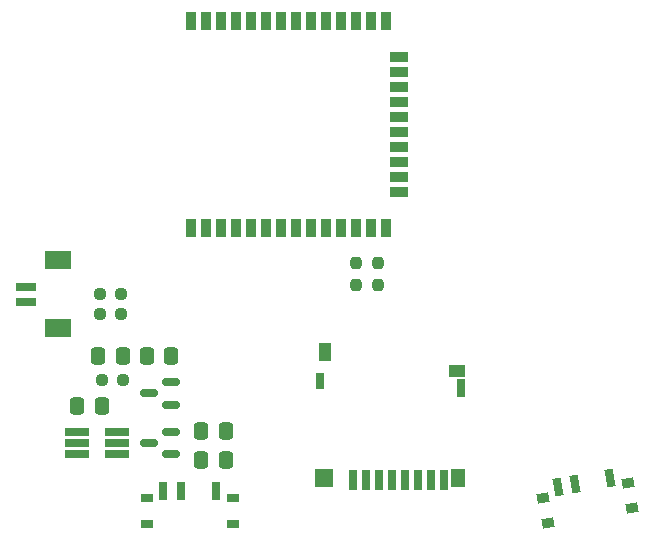
<source format=gbr>
%TF.GenerationSoftware,KiCad,Pcbnew,7.0.2-1.fc38*%
%TF.CreationDate,2023-06-06T12:07:16+02:00*%
%TF.ProjectId,gps_compass,6770735f-636f-46d7-9061-73732e6b6963,rev?*%
%TF.SameCoordinates,Original*%
%TF.FileFunction,Paste,Bot*%
%TF.FilePolarity,Positive*%
%FSLAX46Y46*%
G04 Gerber Fmt 4.6, Leading zero omitted, Abs format (unit mm)*
G04 Created by KiCad (PCBNEW 7.0.2-1.fc38) date 2023-06-06 12:07:16*
%MOMM*%
%LPD*%
G01*
G04 APERTURE LIST*
G04 Aperture macros list*
%AMRoundRect*
0 Rectangle with rounded corners*
0 $1 Rounding radius*
0 $2 $3 $4 $5 $6 $7 $8 $9 X,Y pos of 4 corners*
0 Add a 4 corners polygon primitive as box body*
4,1,4,$2,$3,$4,$5,$6,$7,$8,$9,$2,$3,0*
0 Add four circle primitives for the rounded corners*
1,1,$1+$1,$2,$3*
1,1,$1+$1,$4,$5*
1,1,$1+$1,$6,$7*
1,1,$1+$1,$8,$9*
0 Add four rect primitives between the rounded corners*
20,1,$1+$1,$2,$3,$4,$5,0*
20,1,$1+$1,$4,$5,$6,$7,0*
20,1,$1+$1,$6,$7,$8,$9,0*
20,1,$1+$1,$8,$9,$2,$3,0*%
%AMRotRect*
0 Rectangle, with rotation*
0 The origin of the aperture is its center*
0 $1 length*
0 $2 width*
0 $3 Rotation angle, in degrees counterclockwise*
0 Add horizontal line*
21,1,$1,$2,0,0,$3*%
G04 Aperture macros list end*
%ADD10RoundRect,0.150000X0.587500X0.150000X-0.587500X0.150000X-0.587500X-0.150000X0.587500X-0.150000X0*%
%ADD11RoundRect,0.237500X-0.250000X-0.237500X0.250000X-0.237500X0.250000X0.237500X-0.250000X0.237500X0*%
%ADD12RoundRect,0.237500X-0.237500X0.250000X-0.237500X-0.250000X0.237500X-0.250000X0.237500X0.250000X0*%
%ADD13R,1.800000X0.700000*%
%ADD14R,2.200000X1.600000*%
%ADD15RoundRect,0.250000X0.337500X0.475000X-0.337500X0.475000X-0.337500X-0.475000X0.337500X-0.475000X0*%
%ADD16RoundRect,0.237500X0.250000X0.237500X-0.250000X0.237500X-0.250000X-0.237500X0.250000X-0.237500X0*%
%ADD17R,2.000000X0.650000*%
%ADD18R,0.900000X1.500000*%
%ADD19R,1.500000X0.900000*%
%ADD20RoundRect,0.250000X-0.337500X-0.475000X0.337500X-0.475000X0.337500X0.475000X-0.337500X0.475000X0*%
%ADD21R,1.000000X0.800000*%
%ADD22R,0.700000X1.500000*%
%ADD23R,0.700000X1.750000*%
%ADD24R,1.450000X1.000000*%
%ADD25R,1.000000X1.550000*%
%ADD26R,0.800000X1.500000*%
%ADD27R,1.300000X1.500000*%
%ADD28R,1.500000X1.500000*%
%ADD29R,0.800000X1.400000*%
%ADD30RotRect,1.000000X0.800000X190.000000*%
%ADD31RotRect,0.700000X1.500000X190.000000*%
G04 APERTURE END LIST*
D10*
%TO.C,Q1*%
X129500000Y-68050000D03*
X129500000Y-69950000D03*
X127625000Y-69000000D03*
%TD*%
D11*
%TO.C,R6*%
X123487500Y-58100000D03*
X125312500Y-58100000D03*
%TD*%
D12*
%TO.C,R1*%
X145200000Y-53787500D03*
X145200000Y-55612500D03*
%TD*%
%TO.C,R2*%
X147000000Y-53787500D03*
X147000000Y-55612500D03*
%TD*%
D13*
%TO.C,BT1*%
X117250000Y-55775000D03*
X117250000Y-57025000D03*
D14*
X119950000Y-53525000D03*
X119950000Y-59275000D03*
%TD*%
D15*
%TO.C,C5*%
X125400000Y-61600000D03*
X123325000Y-61600000D03*
%TD*%
D16*
%TO.C,R3*%
X125475000Y-63700000D03*
X123650000Y-63700000D03*
%TD*%
D17*
%TO.C,U3*%
X121552500Y-69950000D03*
X121552500Y-69000000D03*
X121552500Y-68050000D03*
X124972500Y-68050000D03*
X124972500Y-69000000D03*
X124972500Y-69950000D03*
%TD*%
D18*
%TO.C,ESP32-S*%
X131195000Y-33300000D03*
X132465000Y-33300000D03*
X133735000Y-33300000D03*
X135005000Y-33300000D03*
X136275000Y-33300000D03*
X137545000Y-33300000D03*
X138815000Y-33300000D03*
X140085000Y-33300000D03*
X141355000Y-33300000D03*
X142625000Y-33300000D03*
X143895000Y-33300000D03*
X145165000Y-33300000D03*
X146435000Y-33300000D03*
X147705000Y-33300000D03*
D19*
X148800000Y-36335000D03*
X148800000Y-37605000D03*
X148800000Y-38875000D03*
X148800000Y-40145000D03*
X148800000Y-41415000D03*
X148800000Y-42685000D03*
X148800000Y-43955000D03*
X148800000Y-45225000D03*
X148800000Y-46495000D03*
X148800000Y-47765000D03*
D18*
X147705000Y-50800000D03*
X146435000Y-50800000D03*
X145165000Y-50800000D03*
X143895000Y-50800000D03*
X142625000Y-50800000D03*
X141355000Y-50800000D03*
X140085000Y-50800000D03*
X138815000Y-50800000D03*
X137545000Y-50800000D03*
X136275000Y-50800000D03*
X135005000Y-50800000D03*
X133735000Y-50800000D03*
X132465000Y-50800000D03*
X131195000Y-50800000D03*
%TD*%
D20*
%TO.C,C7*%
X132062500Y-70400000D03*
X134137500Y-70400000D03*
%TD*%
%TO.C,C6*%
X132062500Y-68000000D03*
X134137500Y-68000000D03*
%TD*%
D10*
%TO.C,U1*%
X129500000Y-63850000D03*
X129500000Y-65750000D03*
X127625000Y-64800000D03*
%TD*%
D21*
%TO.C,MAIN*%
X134750000Y-75900000D03*
X134750000Y-73690000D03*
X127450000Y-75900000D03*
X127450000Y-73690000D03*
D22*
X133350000Y-73040000D03*
X130350000Y-73040000D03*
X128850000Y-73040000D03*
%TD*%
D16*
%TO.C,R5*%
X125312500Y-56400000D03*
X123487500Y-56400000D03*
%TD*%
D20*
%TO.C,C1*%
X127462500Y-61600000D03*
X129537500Y-61600000D03*
%TD*%
D23*
%TO.C,microsd*%
X144905000Y-72100000D03*
X146005000Y-72100000D03*
X147105000Y-72100000D03*
X148205000Y-72100000D03*
X149305000Y-72100000D03*
X150405000Y-72100000D03*
X151505000Y-72100000D03*
X152605000Y-72100000D03*
D24*
X153730000Y-62875000D03*
D25*
X142505000Y-61300000D03*
D26*
X154055000Y-64375000D03*
D27*
X153805000Y-71975000D03*
D28*
X142455000Y-71975000D03*
D29*
X142105000Y-63725000D03*
%TD*%
D20*
%TO.C,C2*%
X121562500Y-65900000D03*
X123637500Y-65900000D03*
%TD*%
D30*
%TO.C,ESP32*%
X168573254Y-74545442D03*
X168189492Y-72369017D03*
X161384158Y-75813074D03*
X161000395Y-73636649D03*
D31*
X166697890Y-71972000D03*
X163743466Y-72492944D03*
X162266255Y-72753416D03*
%TD*%
M02*

</source>
